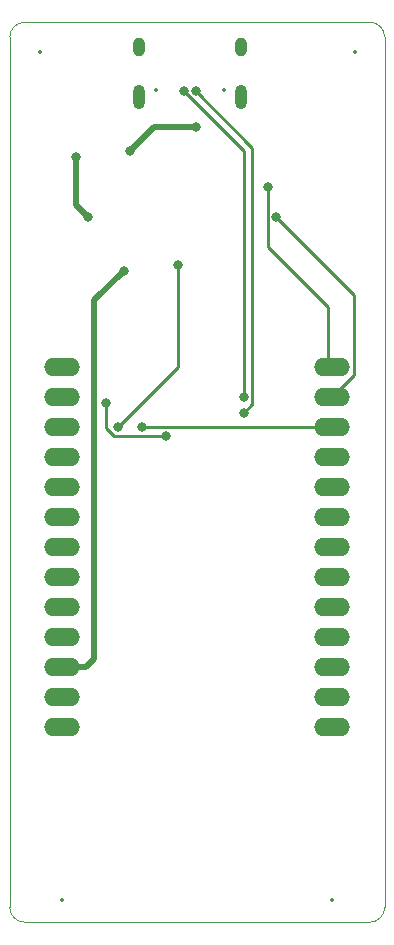
<source format=gbr>
%TF.GenerationSoftware,KiCad,Pcbnew,5.1.10-88a1d61d58~88~ubuntu20.04.1*%
%TF.CreationDate,2021-05-28T23:30:33+02:00*%
%TF.ProjectId,wt32-eth01-programmer,77743332-2d65-4746-9830-312d70726f67,rev?*%
%TF.SameCoordinates,Original*%
%TF.FileFunction,Copper,L2,Bot*%
%TF.FilePolarity,Positive*%
%FSLAX46Y46*%
G04 Gerber Fmt 4.6, Leading zero omitted, Abs format (unit mm)*
G04 Created by KiCad (PCBNEW 5.1.10-88a1d61d58~88~ubuntu20.04.1) date 2021-05-28 23:30:33*
%MOMM*%
%LPD*%
G01*
G04 APERTURE LIST*
%TA.AperFunction,Profile*%
%ADD10C,0.050000*%
%TD*%
%TA.AperFunction,ComponentPad*%
%ADD11O,3.048000X1.524000*%
%TD*%
%TA.AperFunction,ComponentPad*%
%ADD12O,1.000000X2.100000*%
%TD*%
%TA.AperFunction,ComponentPad*%
%ADD13O,1.000000X1.600000*%
%TD*%
%TA.AperFunction,ViaPad*%
%ADD14C,0.800000*%
%TD*%
%TA.AperFunction,Conductor*%
%ADD15C,0.500000*%
%TD*%
%TA.AperFunction,Conductor*%
%ADD16C,0.250000*%
%TD*%
%ADD17C,0.350000*%
%ADD18O,0.600000X1.700000*%
%ADD19O,0.600000X1.200000*%
G04 APERTURE END LIST*
D10*
X50800000Y-45720000D02*
G75*
G02*
X52070000Y-44450000I1270000J0D01*
G01*
X52070000Y-120650000D02*
G75*
G02*
X50800000Y-119380000I0J1270000D01*
G01*
X82550000Y-119380000D02*
G75*
G02*
X81280000Y-120650000I-1270000J0D01*
G01*
X81280000Y-44450000D02*
G75*
G02*
X82550000Y-45720000I0J-1270000D01*
G01*
X50800000Y-45720000D02*
X50800000Y-119380000D01*
X81280000Y-44450000D02*
X52070000Y-44450000D01*
X82550000Y-119380000D02*
X82550000Y-45720000D01*
X52070000Y-120650000D02*
X81280000Y-120650000D01*
D11*
%TO.P,U3,14*%
%TO.N,Net-(U3-Pad14)*%
X78105000Y-104140000D03*
%TO.P,U3,26*%
%TO.N,TX*%
X78105000Y-73660000D03*
%TO.P,U3,25*%
%TO.N,RX*%
X78105000Y-76200000D03*
%TO.P,U3,24*%
%TO.N,I00*%
X78105000Y-78740000D03*
%TO.P,U3,23*%
%TO.N,Net-(U3-Pad23)*%
X78105000Y-81280000D03*
%TO.P,U3,22*%
%TO.N,Net-(U3-Pad22)*%
X78105000Y-83820000D03*
%TO.P,U3,21*%
%TO.N,Net-(U3-Pad21)*%
X78105000Y-86360000D03*
%TO.P,U3,20*%
%TO.N,Net-(U3-Pad20)*%
X78105000Y-88900000D03*
%TO.P,U3,19*%
%TO.N,Net-(U3-Pad19)*%
X78105000Y-91440000D03*
%TO.P,U3,18*%
%TO.N,Net-(U3-Pad18)*%
X78105000Y-93980000D03*
%TO.P,U3,17*%
%TO.N,Net-(U3-Pad17)*%
X78105000Y-96520000D03*
%TO.P,U3,16*%
%TO.N,Net-(U3-Pad16)*%
X78105000Y-99060000D03*
%TO.P,U3,15*%
%TO.N,IO2*%
X78105000Y-101600000D03*
%TO.P,U3,13*%
%TO.N,Net-(U3-Pad13)*%
X55245000Y-104140000D03*
%TO.P,U3,12*%
%TO.N,Net-(U3-Pad12)*%
X55245000Y-101600000D03*
%TO.P,U3,11*%
%TO.N,GND*%
X55245000Y-99060000D03*
%TO.P,U3,10*%
%TO.N,+3V3*%
X55245000Y-96520000D03*
%TO.P,U3,9*%
%TO.N,Net-(U3-Pad9)*%
X55245000Y-93980000D03*
%TO.P,U3,8*%
%TO.N,Net-(U3-Pad8)*%
X55245000Y-91440000D03*
%TO.P,U3,7*%
%TO.N,Net-(U3-Pad7)*%
X55245000Y-88900000D03*
%TO.P,U3,6*%
%TO.N,Net-(U3-Pad6)*%
X55245000Y-86360000D03*
%TO.P,U3,5*%
%TO.N,Net-(U3-Pad5)*%
X55245000Y-83820000D03*
%TO.P,U3,4*%
%TO.N,RST*%
X55245000Y-81280000D03*
%TO.P,U3,3*%
%TO.N,Net-(U3-Pad3)*%
X55245000Y-78740000D03*
%TO.P,U3,2*%
%TO.N,Net-(U3-Pad2)*%
X55245000Y-76200000D03*
%TO.P,U3,1*%
%TO.N,CHPD*%
X55245000Y-73660000D03*
%TD*%
D12*
%TO.P,J1,S1*%
%TO.N,Net-(J1-PadS1)*%
X61720000Y-50755000D03*
X70360000Y-50755000D03*
D13*
X70360000Y-46575000D03*
X61720000Y-46575000D03*
%TD*%
D14*
%TO.N,GND*%
X57404000Y-60960000D03*
X56388000Y-55880000D03*
X60452000Y-65532000D03*
%TO.N,+5V*%
X60960000Y-55372000D03*
X66548000Y-53340000D03*
%TO.N,TX*%
X72644000Y-58420000D03*
%TO.N,RX*%
X73369000Y-60960000D03*
%TO.N,D-*%
X65532000Y-50292000D03*
X70612000Y-76200000D03*
%TO.N,D+*%
X66575239Y-50309933D03*
X70612000Y-77516990D03*
%TO.N,RST*%
X59944000Y-78740000D03*
X65024000Y-65024000D03*
%TO.N,DTR*%
X64008000Y-79465000D03*
X58928000Y-76708000D03*
%TO.N,I00*%
X61976000Y-78740000D03*
%TD*%
D15*
%TO.N,GND*%
X57404000Y-60960000D02*
X56388000Y-59944000D01*
X56388000Y-55880000D02*
X56388000Y-59944000D01*
X57269000Y-99060000D02*
X55245000Y-99060000D01*
X57977999Y-98351001D02*
X57269000Y-99060000D01*
X57977999Y-68006001D02*
X57977999Y-98351001D01*
X60452000Y-65532000D02*
X57977999Y-68006001D01*
%TO.N,+5V*%
X62992000Y-53340000D02*
X66548000Y-53340000D01*
X60960000Y-55372000D02*
X62992000Y-53340000D01*
D16*
%TO.N,TX*%
X72644000Y-63500000D02*
X77724000Y-68580000D01*
X72644000Y-58420000D02*
X72644000Y-63500000D01*
X77724000Y-73279000D02*
X78105000Y-73660000D01*
X77724000Y-68580000D02*
X77724000Y-73279000D01*
%TO.N,RX*%
X79954010Y-74350990D02*
X78105000Y-76200000D01*
X79954010Y-67545010D02*
X79954010Y-74350990D01*
X73369000Y-60960000D02*
X79954010Y-67545010D01*
%TO.N,D-*%
X70612000Y-55372000D02*
X70612000Y-76200000D01*
X65532000Y-50292000D02*
X70612000Y-55372000D01*
%TO.N,D+*%
X71337001Y-76791989D02*
X70612000Y-77516990D01*
X71337001Y-55071695D02*
X71337001Y-76791989D01*
X66575239Y-50309933D02*
X71337001Y-55071695D01*
%TO.N,RST*%
X59944000Y-78740000D02*
X65024000Y-73660000D01*
X65024000Y-73660000D02*
X65024000Y-65024000D01*
%TO.N,DTR*%
X58928000Y-78797002D02*
X58928000Y-76708000D01*
X59595998Y-79465000D02*
X58928000Y-78797002D01*
X64008000Y-79465000D02*
X59595998Y-79465000D01*
%TO.N,I00*%
X61976000Y-78740000D02*
X78105000Y-78740000D01*
%TD*%
D17*
X57404000Y-60960000D03*
X56388000Y-55880000D03*
X60452000Y-65532000D03*
X60960000Y-55372000D03*
X66548000Y-53340000D03*
X72644000Y-58420000D03*
X73369000Y-60960000D03*
X65532000Y-50292000D03*
X70612000Y-76200000D03*
X66575239Y-50309933D03*
X70612000Y-77516990D03*
X59944000Y-78740000D03*
X65024000Y-65024000D03*
X64008000Y-79465000D03*
X58928000Y-76708000D03*
X61976000Y-78740000D03*
X53340000Y-46990000D03*
X80010000Y-46990000D03*
X78105000Y-104140000D03*
X78105000Y-73660000D03*
X78105000Y-76200000D03*
X78105000Y-78740000D03*
X78105000Y-81280000D03*
X78105000Y-83820000D03*
X78105000Y-86360000D03*
X78105000Y-88900000D03*
X78105000Y-91440000D03*
X78105000Y-93980000D03*
X78105000Y-96520000D03*
X78105000Y-99060000D03*
X78105000Y-101600000D03*
X55245000Y-104140000D03*
X55245000Y-101600000D03*
X55245000Y-99060000D03*
X55245000Y-96520000D03*
X55245000Y-93980000D03*
X55245000Y-91440000D03*
X55245000Y-88900000D03*
X55245000Y-86360000D03*
X55245000Y-83820000D03*
X55245000Y-81280000D03*
X55245000Y-78740000D03*
X55245000Y-76200000D03*
X55245000Y-73660000D03*
X78105000Y-118745000D03*
X55245000Y-118745000D03*
D18*
X61720000Y-50755000D03*
X70360000Y-50755000D03*
D17*
X68930000Y-50225000D03*
D19*
X70360000Y-46575000D03*
D17*
X63150000Y-50225000D03*
D19*
X61720000Y-46575000D03*
M02*

</source>
